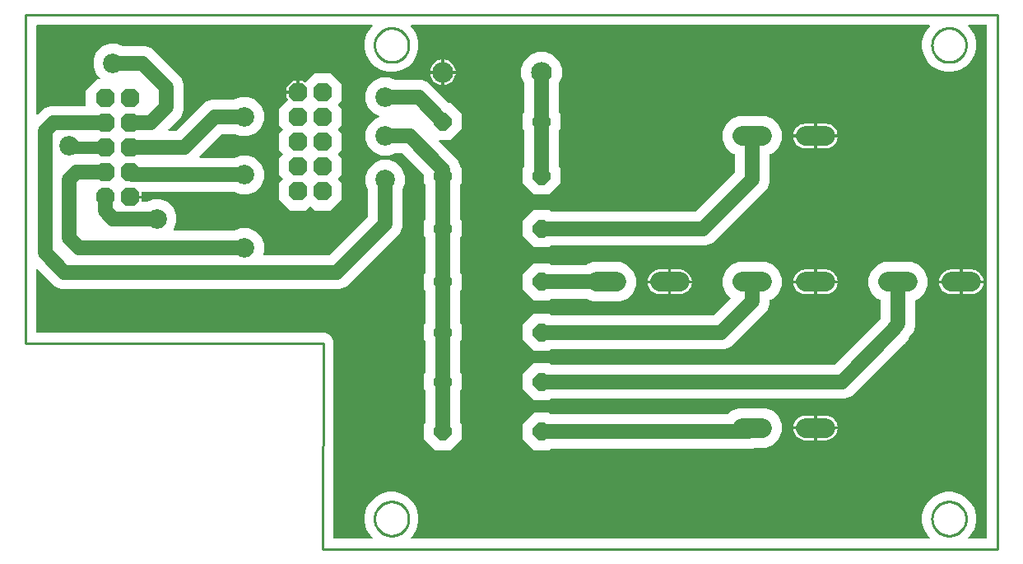
<source format=gbr>
G04 EAGLE Gerber RS-274X export*
G75*
%MOMM*%
%FSLAX34Y34*%
%LPD*%
%INBottom Copper*%
%IPPOS*%
%AMOC8*
5,1,8,0,0,1.08239X$1,22.5*%
G01*
%ADD10C,2.032000*%
%ADD11P,1.935489X8X202.500000*%
%ADD12P,1.935489X8X22.500000*%
%ADD13C,2.133600*%
%ADD14P,2.089446X8X112.500000*%
%ADD15C,1.930400*%
%ADD16C,1.270000*%
%ADD17C,1.500000*%
%ADD18C,2.016000*%
%ADD19C,0.254000*%

G36*
X406192Y10934D02*
X406192Y10934D01*
X406264Y10936D01*
X406313Y10954D01*
X406364Y10962D01*
X406427Y10996D01*
X406495Y11021D01*
X406535Y11053D01*
X406581Y11078D01*
X406631Y11130D01*
X406687Y11174D01*
X406715Y11218D01*
X406751Y11256D01*
X406781Y11321D01*
X406820Y11381D01*
X406832Y11432D01*
X406854Y11479D01*
X406862Y11550D01*
X406880Y11620D01*
X406876Y11672D01*
X406881Y11723D01*
X406866Y11794D01*
X406861Y11865D01*
X406840Y11913D01*
X406829Y11964D01*
X406792Y12025D01*
X406764Y12091D01*
X406720Y12147D01*
X406703Y12175D01*
X406685Y12190D01*
X406660Y12222D01*
X404366Y14516D01*
X400724Y20823D01*
X398839Y27858D01*
X398839Y35142D01*
X400724Y42177D01*
X404366Y48484D01*
X409516Y53634D01*
X415823Y57276D01*
X422858Y59161D01*
X430142Y59161D01*
X437177Y57276D01*
X443484Y53634D01*
X448634Y48484D01*
X452276Y42177D01*
X454161Y35142D01*
X454161Y27858D01*
X452276Y20823D01*
X448634Y14516D01*
X446340Y12222D01*
X446299Y12164D01*
X446249Y12112D01*
X446227Y12065D01*
X446197Y12023D01*
X446176Y11954D01*
X446146Y11889D01*
X446140Y11837D01*
X446125Y11787D01*
X446126Y11716D01*
X446119Y11645D01*
X446130Y11594D01*
X446131Y11542D01*
X446156Y11474D01*
X446171Y11404D01*
X446197Y11359D01*
X446215Y11311D01*
X446260Y11255D01*
X446297Y11193D01*
X446337Y11159D01*
X446369Y11119D01*
X446429Y11080D01*
X446484Y11033D01*
X446532Y11014D01*
X446576Y10986D01*
X446645Y10968D01*
X446712Y10941D01*
X446783Y10933D01*
X446815Y10925D01*
X446838Y10927D01*
X446879Y10923D01*
X979621Y10923D01*
X979692Y10934D01*
X979764Y10936D01*
X979813Y10954D01*
X979864Y10962D01*
X979927Y10996D01*
X979995Y11021D01*
X980035Y11053D01*
X980081Y11078D01*
X980131Y11130D01*
X980187Y11174D01*
X980215Y11218D01*
X980251Y11256D01*
X980281Y11321D01*
X980320Y11381D01*
X980332Y11432D01*
X980354Y11479D01*
X980362Y11550D01*
X980380Y11620D01*
X980376Y11672D01*
X980381Y11723D01*
X980366Y11794D01*
X980361Y11865D01*
X980340Y11913D01*
X980329Y11964D01*
X980292Y12025D01*
X980264Y12091D01*
X980220Y12147D01*
X980203Y12175D01*
X980185Y12190D01*
X980160Y12222D01*
X977866Y14516D01*
X974224Y20823D01*
X972339Y27858D01*
X972339Y35142D01*
X974224Y42177D01*
X977866Y48484D01*
X983016Y53634D01*
X989323Y57276D01*
X996358Y59161D01*
X1003642Y59161D01*
X1010677Y57276D01*
X1016984Y53634D01*
X1022134Y48484D01*
X1025776Y42177D01*
X1027661Y35142D01*
X1027661Y27858D01*
X1025776Y20823D01*
X1022134Y14516D01*
X1019840Y12222D01*
X1019799Y12164D01*
X1019749Y12112D01*
X1019727Y12065D01*
X1019697Y12023D01*
X1019676Y11954D01*
X1019646Y11889D01*
X1019640Y11837D01*
X1019625Y11787D01*
X1019626Y11716D01*
X1019619Y11645D01*
X1019630Y11594D01*
X1019631Y11542D01*
X1019656Y11474D01*
X1019671Y11404D01*
X1019697Y11359D01*
X1019715Y11311D01*
X1019760Y11255D01*
X1019797Y11193D01*
X1019837Y11159D01*
X1019869Y11119D01*
X1019929Y11080D01*
X1019984Y11033D01*
X1020032Y11014D01*
X1020076Y10986D01*
X1020145Y10968D01*
X1020212Y10941D01*
X1020283Y10933D01*
X1020315Y10925D01*
X1020338Y10927D01*
X1020379Y10923D01*
X1038316Y10923D01*
X1038336Y10926D01*
X1038355Y10924D01*
X1038457Y10946D01*
X1038559Y10962D01*
X1038576Y10972D01*
X1038596Y10976D01*
X1038685Y11029D01*
X1038776Y11078D01*
X1038790Y11092D01*
X1038807Y11102D01*
X1038874Y11181D01*
X1038946Y11256D01*
X1038954Y11274D01*
X1038967Y11289D01*
X1039006Y11385D01*
X1039049Y11479D01*
X1039051Y11499D01*
X1039059Y11517D01*
X1039077Y11684D01*
X1039077Y538316D01*
X1039074Y538336D01*
X1039076Y538355D01*
X1039054Y538457D01*
X1039038Y538559D01*
X1039028Y538576D01*
X1039024Y538596D01*
X1038971Y538685D01*
X1038922Y538776D01*
X1038908Y538790D01*
X1038898Y538807D01*
X1038819Y538874D01*
X1038744Y538946D01*
X1038726Y538954D01*
X1038711Y538967D01*
X1038615Y539006D01*
X1038521Y539049D01*
X1038501Y539051D01*
X1038483Y539059D01*
X1038316Y539077D01*
X1020379Y539077D01*
X1020308Y539066D01*
X1020236Y539064D01*
X1020187Y539046D01*
X1020136Y539038D01*
X1020073Y539004D01*
X1020005Y538979D01*
X1019965Y538947D01*
X1019919Y538922D01*
X1019869Y538870D01*
X1019813Y538826D01*
X1019785Y538782D01*
X1019749Y538744D01*
X1019719Y538679D01*
X1019680Y538619D01*
X1019668Y538568D01*
X1019646Y538521D01*
X1019638Y538450D01*
X1019620Y538380D01*
X1019624Y538328D01*
X1019619Y538277D01*
X1019634Y538206D01*
X1019639Y538135D01*
X1019660Y538087D01*
X1019671Y538036D01*
X1019708Y537975D01*
X1019736Y537909D01*
X1019780Y537853D01*
X1019797Y537825D01*
X1019815Y537810D01*
X1019840Y537778D01*
X1022134Y535484D01*
X1025776Y529177D01*
X1027661Y522142D01*
X1027661Y514858D01*
X1025776Y507823D01*
X1022134Y501516D01*
X1016984Y496366D01*
X1010677Y492724D01*
X1003642Y490839D01*
X996358Y490839D01*
X989323Y492724D01*
X983016Y496366D01*
X977866Y501516D01*
X974224Y507823D01*
X972339Y514858D01*
X972339Y522142D01*
X974224Y529177D01*
X977866Y535484D01*
X980160Y537778D01*
X980201Y537836D01*
X980251Y537888D01*
X980273Y537935D01*
X980303Y537977D01*
X980324Y538046D01*
X980354Y538111D01*
X980360Y538163D01*
X980375Y538213D01*
X980374Y538284D01*
X980381Y538355D01*
X980370Y538406D01*
X980369Y538458D01*
X980344Y538526D01*
X980329Y538596D01*
X980303Y538641D01*
X980285Y538689D01*
X980240Y538745D01*
X980203Y538807D01*
X980163Y538841D01*
X980131Y538881D01*
X980071Y538920D01*
X980016Y538967D01*
X979968Y538986D01*
X979924Y539014D01*
X979855Y539032D01*
X979788Y539059D01*
X979717Y539067D01*
X979685Y539075D01*
X979662Y539073D01*
X979621Y539077D01*
X446879Y539077D01*
X446808Y539066D01*
X446736Y539064D01*
X446687Y539046D01*
X446636Y539038D01*
X446573Y539004D01*
X446505Y538979D01*
X446465Y538947D01*
X446419Y538922D01*
X446369Y538870D01*
X446313Y538826D01*
X446285Y538782D01*
X446249Y538744D01*
X446219Y538679D01*
X446180Y538619D01*
X446168Y538568D01*
X446146Y538521D01*
X446138Y538450D01*
X446120Y538380D01*
X446124Y538328D01*
X446119Y538277D01*
X446134Y538206D01*
X446139Y538135D01*
X446160Y538087D01*
X446171Y538036D01*
X446208Y537975D01*
X446236Y537909D01*
X446280Y537853D01*
X446297Y537825D01*
X446315Y537810D01*
X446340Y537778D01*
X448634Y535484D01*
X452276Y529177D01*
X454161Y522142D01*
X454161Y514858D01*
X452276Y507823D01*
X448634Y501516D01*
X443484Y496366D01*
X437177Y492724D01*
X430142Y490839D01*
X422858Y490839D01*
X415823Y492724D01*
X409516Y496366D01*
X404366Y501516D01*
X400724Y507823D01*
X398839Y514858D01*
X398839Y522142D01*
X400724Y529177D01*
X404366Y535484D01*
X406660Y537778D01*
X406701Y537836D01*
X406751Y537888D01*
X406773Y537935D01*
X406803Y537977D01*
X406824Y538046D01*
X406854Y538111D01*
X406860Y538163D01*
X406875Y538213D01*
X406874Y538284D01*
X406881Y538355D01*
X406870Y538406D01*
X406869Y538458D01*
X406844Y538526D01*
X406829Y538596D01*
X406803Y538641D01*
X406785Y538689D01*
X406740Y538745D01*
X406703Y538807D01*
X406663Y538841D01*
X406631Y538881D01*
X406571Y538920D01*
X406516Y538967D01*
X406468Y538986D01*
X406424Y539014D01*
X406355Y539032D01*
X406288Y539059D01*
X406217Y539067D01*
X406185Y539075D01*
X406162Y539073D01*
X406121Y539077D01*
X61684Y539077D01*
X61664Y539074D01*
X61645Y539076D01*
X61543Y539054D01*
X61441Y539038D01*
X61424Y539028D01*
X61404Y539024D01*
X61315Y538971D01*
X61224Y538922D01*
X61210Y538908D01*
X61193Y538898D01*
X61126Y538819D01*
X61054Y538744D01*
X61046Y538726D01*
X61033Y538711D01*
X60994Y538615D01*
X60951Y538521D01*
X60949Y538501D01*
X60941Y538483D01*
X60923Y538316D01*
X60923Y447737D01*
X60934Y447666D01*
X60936Y447594D01*
X60954Y447545D01*
X60962Y447494D01*
X60996Y447431D01*
X61021Y447363D01*
X61053Y447323D01*
X61078Y447276D01*
X61130Y447227D01*
X61174Y447171D01*
X61218Y447143D01*
X61256Y447107D01*
X61321Y447077D01*
X61381Y447038D01*
X61432Y447025D01*
X61479Y447003D01*
X61550Y446996D01*
X61620Y446978D01*
X61672Y446982D01*
X61723Y446976D01*
X61794Y446992D01*
X61865Y446997D01*
X61913Y447018D01*
X61964Y447029D01*
X62025Y447065D01*
X62091Y447094D01*
X62147Y447138D01*
X62175Y447155D01*
X62190Y447173D01*
X62222Y447198D01*
X68396Y453372D01*
X74887Y456061D01*
X111226Y456061D01*
X111246Y456064D01*
X111265Y456062D01*
X111367Y456084D01*
X111469Y456100D01*
X111486Y456110D01*
X111506Y456114D01*
X111595Y456167D01*
X111686Y456216D01*
X111700Y456230D01*
X111717Y456240D01*
X111784Y456319D01*
X111856Y456394D01*
X111864Y456412D01*
X111877Y456427D01*
X111916Y456523D01*
X111959Y456617D01*
X111961Y456637D01*
X111969Y456655D01*
X111987Y456822D01*
X111987Y472007D01*
X123593Y483613D01*
X125925Y483613D01*
X125995Y483624D01*
X126067Y483626D01*
X126116Y483644D01*
X126167Y483652D01*
X126231Y483686D01*
X126298Y483711D01*
X126339Y483743D01*
X126385Y483768D01*
X126434Y483820D01*
X126490Y483864D01*
X126518Y483908D01*
X126554Y483946D01*
X126584Y484011D01*
X126623Y484071D01*
X126636Y484122D01*
X126658Y484169D01*
X126666Y484240D01*
X126683Y484310D01*
X126679Y484362D01*
X126685Y484413D01*
X126670Y484484D01*
X126664Y484555D01*
X126644Y484603D01*
X126633Y484654D01*
X126596Y484715D01*
X126568Y484781D01*
X126523Y484837D01*
X126507Y484865D01*
X126489Y484880D01*
X126463Y484912D01*
X122841Y488535D01*
X119759Y495974D01*
X119759Y504026D01*
X122841Y511465D01*
X128535Y517159D01*
X135974Y520241D01*
X144026Y520241D01*
X150115Y517719D01*
X150179Y517704D01*
X150240Y517679D01*
X150322Y517670D01*
X150354Y517663D01*
X150374Y517664D01*
X150406Y517661D01*
X173513Y517661D01*
X180004Y514972D01*
X209972Y485004D01*
X212661Y478513D01*
X212661Y451487D01*
X209972Y444996D01*
X196936Y431960D01*
X196895Y431902D01*
X196845Y431850D01*
X196823Y431803D01*
X196793Y431761D01*
X196772Y431692D01*
X196741Y431627D01*
X196736Y431575D01*
X196720Y431525D01*
X196722Y431454D01*
X196714Y431383D01*
X196725Y431332D01*
X196727Y431280D01*
X196751Y431212D01*
X196767Y431142D01*
X196793Y431097D01*
X196811Y431049D01*
X196856Y430993D01*
X196893Y430931D01*
X196932Y430897D01*
X196965Y430857D01*
X197025Y430818D01*
X197080Y430771D01*
X197128Y430752D01*
X197172Y430724D01*
X197241Y430706D01*
X197308Y430679D01*
X197379Y430671D01*
X197410Y430663D01*
X197434Y430665D01*
X197475Y430661D01*
X205369Y430661D01*
X205459Y430675D01*
X205550Y430683D01*
X205580Y430695D01*
X205612Y430700D01*
X205693Y430743D01*
X205777Y430779D01*
X205809Y430805D01*
X205829Y430816D01*
X205852Y430839D01*
X205908Y430884D01*
X229421Y454397D01*
X234496Y459472D01*
X240987Y462161D01*
X263387Y462161D01*
X263451Y462171D01*
X263517Y462172D01*
X263597Y462195D01*
X263629Y462200D01*
X263647Y462210D01*
X263678Y462219D01*
X270974Y465241D01*
X279026Y465241D01*
X286465Y462159D01*
X292159Y456465D01*
X295241Y449026D01*
X295241Y440974D01*
X292159Y433535D01*
X286465Y427841D01*
X279026Y424759D01*
X270974Y424759D01*
X266092Y426781D01*
X266028Y426796D01*
X265968Y426821D01*
X265885Y426830D01*
X265853Y426837D01*
X265833Y426836D01*
X265801Y426839D01*
X252131Y426839D01*
X252041Y426825D01*
X251950Y426817D01*
X251920Y426805D01*
X251888Y426800D01*
X251807Y426757D01*
X251723Y426721D01*
X251691Y426695D01*
X251671Y426684D01*
X251648Y426661D01*
X251592Y426616D01*
X228936Y403960D01*
X228895Y403902D01*
X228845Y403850D01*
X228823Y403803D01*
X228793Y403761D01*
X228772Y403692D01*
X228741Y403627D01*
X228736Y403575D01*
X228720Y403525D01*
X228722Y403454D01*
X228714Y403383D01*
X228725Y403332D01*
X228727Y403280D01*
X228751Y403212D01*
X228767Y403142D01*
X228793Y403098D01*
X228811Y403049D01*
X228856Y402993D01*
X228893Y402931D01*
X228932Y402897D01*
X228965Y402857D01*
X229025Y402818D01*
X229080Y402771D01*
X229128Y402752D01*
X229172Y402724D01*
X229241Y402706D01*
X229308Y402679D01*
X229379Y402671D01*
X229410Y402663D01*
X229434Y402665D01*
X229475Y402661D01*
X264594Y402661D01*
X264658Y402671D01*
X264724Y402672D01*
X264804Y402695D01*
X264836Y402700D01*
X264854Y402710D01*
X264885Y402719D01*
X270974Y405241D01*
X279026Y405241D01*
X286465Y402159D01*
X292159Y396465D01*
X295241Y389026D01*
X295241Y380974D01*
X292159Y373535D01*
X286465Y367841D01*
X279026Y364759D01*
X270974Y364759D01*
X264885Y367281D01*
X264821Y367296D01*
X264760Y367321D01*
X264678Y367330D01*
X264646Y367337D01*
X264626Y367336D01*
X264594Y367339D01*
X170154Y367339D01*
X170134Y367336D01*
X170115Y367338D01*
X170013Y367316D01*
X169911Y367300D01*
X169894Y367290D01*
X169874Y367286D01*
X169785Y367233D01*
X169694Y367184D01*
X169680Y367170D01*
X169663Y367160D01*
X169596Y367081D01*
X169524Y367006D01*
X169516Y366988D01*
X169503Y366973D01*
X169464Y366877D01*
X169421Y366783D01*
X169419Y366763D01*
X169411Y366745D01*
X169393Y366578D01*
X169393Y363723D01*
X157962Y363723D01*
X157942Y363720D01*
X157923Y363722D01*
X157821Y363700D01*
X157719Y363683D01*
X157702Y363674D01*
X157682Y363670D01*
X157593Y363617D01*
X157502Y363568D01*
X157488Y363554D01*
X157471Y363544D01*
X157404Y363465D01*
X157333Y363390D01*
X157324Y363372D01*
X157311Y363357D01*
X157273Y363261D01*
X157229Y363167D01*
X157227Y363147D01*
X157219Y363129D01*
X157201Y362962D01*
X157201Y361438D01*
X157204Y361418D01*
X157202Y361399D01*
X157224Y361297D01*
X157241Y361195D01*
X157250Y361178D01*
X157254Y361158D01*
X157307Y361069D01*
X157356Y360978D01*
X157370Y360964D01*
X157380Y360947D01*
X157459Y360880D01*
X157534Y360809D01*
X157552Y360800D01*
X157567Y360787D01*
X157663Y360748D01*
X157757Y360705D01*
X157777Y360703D01*
X157795Y360695D01*
X157962Y360677D01*
X169393Y360677D01*
X169393Y358422D01*
X169396Y358402D01*
X169394Y358383D01*
X169416Y358281D01*
X169432Y358179D01*
X169442Y358162D01*
X169446Y358142D01*
X169499Y358053D01*
X169548Y357962D01*
X169562Y357948D01*
X169572Y357931D01*
X169651Y357864D01*
X169726Y357792D01*
X169744Y357784D01*
X169759Y357771D01*
X169855Y357732D01*
X169949Y357689D01*
X169969Y357687D01*
X169987Y357679D01*
X170154Y357661D01*
X174594Y357661D01*
X174658Y357671D01*
X174724Y357672D01*
X174804Y357695D01*
X174836Y357700D01*
X174854Y357710D01*
X174885Y357719D01*
X180974Y360241D01*
X189026Y360241D01*
X196465Y357159D01*
X202159Y351465D01*
X205241Y344026D01*
X205241Y335974D01*
X202233Y328713D01*
X202223Y328669D01*
X202203Y328627D01*
X202195Y328550D01*
X202177Y328474D01*
X202181Y328428D01*
X202176Y328383D01*
X202193Y328306D01*
X202200Y328229D01*
X202219Y328187D01*
X202229Y328142D01*
X202269Y328075D01*
X202300Y328004D01*
X202331Y327970D01*
X202355Y327931D01*
X202414Y327880D01*
X202467Y327823D01*
X202507Y327801D01*
X202542Y327771D01*
X202614Y327742D01*
X202682Y327705D01*
X202727Y327696D01*
X202770Y327679D01*
X202906Y327664D01*
X202924Y327661D01*
X202929Y327662D01*
X202937Y327661D01*
X264594Y327661D01*
X264658Y327671D01*
X264724Y327672D01*
X264804Y327695D01*
X264836Y327700D01*
X264854Y327710D01*
X264885Y327719D01*
X270974Y330241D01*
X279026Y330241D01*
X286465Y327159D01*
X292159Y321465D01*
X295241Y314026D01*
X295241Y305974D01*
X294304Y303713D01*
X294294Y303669D01*
X294275Y303627D01*
X294266Y303550D01*
X294248Y303474D01*
X294253Y303428D01*
X294247Y303383D01*
X294264Y303306D01*
X294271Y303229D01*
X294290Y303187D01*
X294300Y303142D01*
X294340Y303075D01*
X294371Y303004D01*
X294402Y302970D01*
X294426Y302931D01*
X294485Y302880D01*
X294538Y302823D01*
X294578Y302801D01*
X294613Y302771D01*
X294685Y302742D01*
X294753Y302705D01*
X294798Y302696D01*
X294841Y302679D01*
X294977Y302664D01*
X294995Y302661D01*
X295000Y302662D01*
X295008Y302661D01*
X362369Y302661D01*
X362459Y302675D01*
X362550Y302683D01*
X362580Y302695D01*
X362612Y302700D01*
X362693Y302743D01*
X362777Y302779D01*
X362809Y302805D01*
X362829Y302816D01*
X362852Y302839D01*
X362908Y302884D01*
X402116Y342092D01*
X402169Y342166D01*
X402229Y342236D01*
X402241Y342266D01*
X402260Y342292D01*
X402287Y342379D01*
X402321Y342464D01*
X402325Y342505D01*
X402332Y342527D01*
X402331Y342559D01*
X402339Y342631D01*
X402339Y369594D01*
X402329Y369658D01*
X402328Y369724D01*
X402305Y369804D01*
X402300Y369836D01*
X402290Y369854D01*
X402281Y369885D01*
X399759Y375974D01*
X399759Y384026D01*
X402841Y391465D01*
X408535Y397159D01*
X415974Y400241D01*
X424026Y400241D01*
X431465Y397159D01*
X437159Y391465D01*
X440241Y384026D01*
X440241Y375974D01*
X437719Y369885D01*
X437704Y369821D01*
X437679Y369760D01*
X437670Y369678D01*
X437663Y369646D01*
X437664Y369626D01*
X437661Y369594D01*
X437661Y331487D01*
X434972Y324996D01*
X380004Y270028D01*
X373513Y267339D01*
X86487Y267339D01*
X79996Y270028D01*
X74921Y275103D01*
X62222Y287802D01*
X62164Y287843D01*
X62112Y287893D01*
X62091Y287902D01*
X62086Y287907D01*
X62062Y287917D01*
X62023Y287945D01*
X61954Y287966D01*
X61889Y287997D01*
X61837Y288002D01*
X61787Y288018D01*
X61716Y288016D01*
X61645Y288024D01*
X61594Y288013D01*
X61542Y288011D01*
X61474Y287987D01*
X61404Y287971D01*
X61359Y287945D01*
X61311Y287927D01*
X61255Y287882D01*
X61193Y287845D01*
X61159Y287806D01*
X61119Y287773D01*
X61080Y287713D01*
X61066Y287697D01*
X61054Y287685D01*
X61053Y287682D01*
X61033Y287658D01*
X61014Y287610D01*
X60986Y287566D01*
X60969Y287501D01*
X60951Y287461D01*
X60950Y287451D01*
X60941Y287430D01*
X60933Y287359D01*
X60925Y287328D01*
X60927Y287304D01*
X60923Y287263D01*
X60923Y223684D01*
X60926Y223664D01*
X60924Y223645D01*
X60946Y223543D01*
X60962Y223441D01*
X60972Y223424D01*
X60976Y223404D01*
X61029Y223315D01*
X61078Y223224D01*
X61092Y223210D01*
X61102Y223193D01*
X61181Y223126D01*
X61256Y223054D01*
X61274Y223046D01*
X61289Y223033D01*
X61385Y222994D01*
X61479Y222951D01*
X61499Y222949D01*
X61517Y222941D01*
X61684Y222923D01*
X353687Y222923D01*
X353714Y222927D01*
X356013Y222923D01*
X356014Y222923D01*
X358183Y222923D01*
X360190Y222087D01*
X360191Y222087D01*
X362197Y221256D01*
X363734Y219713D01*
X363735Y219713D01*
X363735Y219712D01*
X365267Y218180D01*
X366096Y216169D01*
X366096Y216168D01*
X366096Y216167D01*
X366927Y214163D01*
X366923Y211985D01*
X366923Y211984D01*
X366923Y211983D01*
X366923Y209729D01*
X366920Y209718D01*
X366922Y209699D01*
X366918Y209667D01*
X366545Y11685D01*
X366548Y11665D01*
X366546Y11645D01*
X366568Y11544D01*
X366584Y11443D01*
X366594Y11424D01*
X366598Y11404D01*
X366651Y11316D01*
X366699Y11225D01*
X366714Y11211D01*
X366724Y11193D01*
X366802Y11126D01*
X366877Y11055D01*
X366895Y11047D01*
X366911Y11033D01*
X367007Y10995D01*
X367100Y10951D01*
X367120Y10949D01*
X367139Y10941D01*
X367306Y10923D01*
X406121Y10923D01*
X406192Y10934D01*
G37*
%LPC*%
G36*
X471288Y102098D02*
X471288Y102098D01*
X460098Y113288D01*
X460098Y129112D01*
X461316Y130330D01*
X461369Y130404D01*
X461429Y130473D01*
X461441Y130503D01*
X461460Y130530D01*
X461487Y130617D01*
X461521Y130701D01*
X461525Y130742D01*
X461532Y130765D01*
X461531Y130797D01*
X461539Y130868D01*
X461539Y162732D01*
X461525Y162822D01*
X461517Y162913D01*
X461505Y162943D01*
X461500Y162975D01*
X461457Y163055D01*
X461421Y163139D01*
X461395Y163171D01*
X461384Y163192D01*
X461361Y163214D01*
X461316Y163270D01*
X460098Y164488D01*
X460098Y180312D01*
X461316Y181530D01*
X461369Y181604D01*
X461429Y181673D01*
X461441Y181703D01*
X461460Y181730D01*
X461487Y181817D01*
X461521Y181901D01*
X461525Y181942D01*
X461532Y181965D01*
X461531Y181997D01*
X461539Y182068D01*
X461539Y213532D01*
X461525Y213622D01*
X461517Y213713D01*
X461505Y213743D01*
X461500Y213775D01*
X461457Y213855D01*
X461421Y213939D01*
X461395Y213971D01*
X461384Y213992D01*
X461361Y214014D01*
X461316Y214070D01*
X460098Y215288D01*
X460098Y231112D01*
X461316Y232330D01*
X461369Y232404D01*
X461429Y232473D01*
X461441Y232503D01*
X461460Y232530D01*
X461487Y232617D01*
X461521Y232701D01*
X461525Y232742D01*
X461532Y232765D01*
X461531Y232797D01*
X461539Y232868D01*
X461539Y265332D01*
X461525Y265422D01*
X461517Y265513D01*
X461505Y265543D01*
X461500Y265575D01*
X461457Y265655D01*
X461421Y265739D01*
X461395Y265771D01*
X461384Y265792D01*
X461361Y265814D01*
X461316Y265870D01*
X460098Y267088D01*
X460098Y282912D01*
X461316Y284130D01*
X461369Y284204D01*
X461429Y284273D01*
X461441Y284304D01*
X461460Y284330D01*
X461487Y284416D01*
X461521Y284502D01*
X461525Y284542D01*
X461532Y284565D01*
X461531Y284597D01*
X461539Y284668D01*
X461539Y320232D01*
X461525Y320322D01*
X461517Y320413D01*
X461505Y320443D01*
X461500Y320475D01*
X461457Y320555D01*
X461421Y320639D01*
X461395Y320671D01*
X461384Y320692D01*
X461361Y320714D01*
X461316Y320770D01*
X460098Y321988D01*
X460098Y337812D01*
X461316Y339030D01*
X461369Y339104D01*
X461429Y339173D01*
X461441Y339204D01*
X461460Y339230D01*
X461487Y339317D01*
X461521Y339402D01*
X461525Y339442D01*
X461532Y339465D01*
X461531Y339497D01*
X461539Y339568D01*
X461539Y374432D01*
X461525Y374522D01*
X461517Y374613D01*
X461505Y374643D01*
X461500Y374675D01*
X461457Y374755D01*
X461421Y374839D01*
X461395Y374871D01*
X461384Y374892D01*
X461361Y374914D01*
X461316Y374970D01*
X460098Y376188D01*
X460098Y384610D01*
X460084Y384700D01*
X460077Y384791D01*
X460064Y384821D01*
X460059Y384853D01*
X460016Y384934D01*
X459980Y385017D01*
X459955Y385050D01*
X459944Y385070D01*
X459920Y385092D01*
X459875Y385148D01*
X437908Y407116D01*
X437834Y407169D01*
X437764Y407229D01*
X437734Y407241D01*
X437708Y407260D01*
X437621Y407287D01*
X437536Y407321D01*
X437495Y407325D01*
X437473Y407332D01*
X437441Y407331D01*
X437369Y407339D01*
X430406Y407339D01*
X430342Y407329D01*
X430276Y407328D01*
X430196Y407305D01*
X430164Y407300D01*
X430146Y407290D01*
X430115Y407281D01*
X424026Y404759D01*
X415974Y404759D01*
X408535Y407841D01*
X402841Y413535D01*
X399759Y420974D01*
X399759Y429026D01*
X402841Y436465D01*
X408535Y442159D01*
X413695Y444297D01*
X413756Y444334D01*
X413821Y444364D01*
X413860Y444399D01*
X413904Y444426D01*
X413950Y444481D01*
X414002Y444530D01*
X414027Y444576D01*
X414061Y444616D01*
X414086Y444683D01*
X414121Y444746D01*
X414130Y444797D01*
X414149Y444845D01*
X414152Y444917D01*
X414165Y444988D01*
X414157Y445039D01*
X414159Y445091D01*
X414139Y445160D01*
X414129Y445231D01*
X414105Y445277D01*
X414091Y445327D01*
X414050Y445386D01*
X414017Y445450D01*
X413980Y445487D01*
X413950Y445529D01*
X413893Y445572D01*
X413842Y445622D01*
X413779Y445657D01*
X413753Y445676D01*
X413731Y445683D01*
X413695Y445703D01*
X408535Y447841D01*
X402841Y453535D01*
X399759Y460974D01*
X399759Y469026D01*
X402841Y476465D01*
X408535Y482159D01*
X415974Y485241D01*
X424026Y485241D01*
X430356Y482619D01*
X430420Y482604D01*
X430481Y482579D01*
X430564Y482570D01*
X430596Y482563D01*
X430615Y482564D01*
X430648Y482561D01*
X457713Y482561D01*
X464204Y479872D01*
X484852Y459225D01*
X484926Y459171D01*
X484995Y459112D01*
X485025Y459100D01*
X485051Y459081D01*
X485138Y459054D01*
X485223Y459020D01*
X485264Y459015D01*
X485286Y459009D01*
X485319Y459009D01*
X485390Y459002D01*
X487112Y459002D01*
X498302Y447812D01*
X498302Y431988D01*
X487112Y420798D01*
X476015Y420798D01*
X475945Y420787D01*
X475873Y420785D01*
X475824Y420767D01*
X475773Y420759D01*
X475709Y420725D01*
X475642Y420701D01*
X475601Y420668D01*
X475555Y420644D01*
X475506Y420592D01*
X475450Y420547D01*
X475422Y420503D01*
X475386Y420465D01*
X475356Y420400D01*
X475317Y420340D01*
X475304Y420289D01*
X475282Y420242D01*
X475274Y420171D01*
X475257Y420101D01*
X475261Y420049D01*
X475255Y419998D01*
X475270Y419928D01*
X475276Y419856D01*
X475296Y419808D01*
X475307Y419757D01*
X475344Y419696D01*
X475372Y419630D01*
X475417Y419574D01*
X475434Y419546D01*
X475451Y419531D01*
X475477Y419499D01*
X494172Y400804D01*
X496861Y394313D01*
X496861Y393768D01*
X496875Y393678D01*
X496883Y393587D01*
X496895Y393557D01*
X496900Y393525D01*
X496943Y393445D01*
X496979Y393361D01*
X497005Y393329D01*
X497016Y393308D01*
X497039Y393286D01*
X497084Y393230D01*
X498302Y392012D01*
X498302Y376188D01*
X497084Y374970D01*
X497031Y374896D01*
X496971Y374827D01*
X496959Y374796D01*
X496940Y374770D01*
X496913Y374683D01*
X496879Y374598D01*
X496875Y374558D01*
X496868Y374535D01*
X496869Y374503D01*
X496861Y374432D01*
X496861Y339568D01*
X496875Y339478D01*
X496883Y339387D01*
X496895Y339357D01*
X496900Y339325D01*
X496943Y339245D01*
X496979Y339161D01*
X497005Y339129D01*
X497016Y339108D01*
X497039Y339086D01*
X497084Y339030D01*
X498302Y337812D01*
X498302Y321988D01*
X497084Y320770D01*
X497031Y320696D01*
X496971Y320627D01*
X496959Y320596D01*
X496940Y320570D01*
X496913Y320483D01*
X496879Y320398D01*
X496875Y320358D01*
X496868Y320335D01*
X496869Y320303D01*
X496861Y320232D01*
X496861Y284668D01*
X496875Y284578D01*
X496883Y284487D01*
X496895Y284457D01*
X496900Y284425D01*
X496943Y284345D01*
X496979Y284261D01*
X497005Y284229D01*
X497016Y284208D01*
X497039Y284186D01*
X497084Y284130D01*
X498302Y282912D01*
X498302Y267088D01*
X497084Y265870D01*
X497031Y265796D01*
X496971Y265727D01*
X496959Y265697D01*
X496940Y265670D01*
X496913Y265583D01*
X496879Y265499D01*
X496875Y265458D01*
X496868Y265435D01*
X496869Y265403D01*
X496861Y265332D01*
X496861Y232868D01*
X496875Y232778D01*
X496883Y232687D01*
X496895Y232657D01*
X496900Y232625D01*
X496943Y232545D01*
X496979Y232461D01*
X497005Y232429D01*
X497016Y232408D01*
X497039Y232386D01*
X497084Y232330D01*
X498302Y231112D01*
X498302Y215288D01*
X497084Y214070D01*
X497031Y213996D01*
X496971Y213927D01*
X496959Y213897D01*
X496940Y213870D01*
X496913Y213783D01*
X496879Y213699D01*
X496875Y213658D01*
X496868Y213635D01*
X496869Y213603D01*
X496861Y213532D01*
X496861Y182068D01*
X496875Y181978D01*
X496883Y181887D01*
X496895Y181857D01*
X496900Y181825D01*
X496943Y181745D01*
X496979Y181661D01*
X497005Y181629D01*
X497016Y181608D01*
X497039Y181586D01*
X497084Y181530D01*
X498302Y180312D01*
X498302Y164488D01*
X497084Y163270D01*
X497031Y163196D01*
X496971Y163127D01*
X496959Y163097D01*
X496940Y163070D01*
X496913Y162983D01*
X496879Y162899D01*
X496875Y162858D01*
X496868Y162835D01*
X496869Y162803D01*
X496861Y162732D01*
X496861Y130868D01*
X496875Y130778D01*
X496883Y130687D01*
X496895Y130657D01*
X496900Y130625D01*
X496943Y130545D01*
X496979Y130461D01*
X497005Y130429D01*
X497016Y130408D01*
X497039Y130386D01*
X497084Y130330D01*
X498302Y129112D01*
X498302Y113288D01*
X487112Y102098D01*
X471288Y102098D01*
G37*
%LPD*%
%LPC*%
G36*
X572888Y153298D02*
X572888Y153298D01*
X561698Y164488D01*
X561698Y180312D01*
X572888Y191502D01*
X588712Y191502D01*
X589930Y190284D01*
X590004Y190231D01*
X590073Y190171D01*
X590103Y190159D01*
X590130Y190140D01*
X590217Y190113D01*
X590301Y190079D01*
X590342Y190075D01*
X590365Y190068D01*
X590397Y190069D01*
X590468Y190061D01*
X882281Y190061D01*
X882371Y190075D01*
X882462Y190083D01*
X882492Y190095D01*
X882524Y190100D01*
X882605Y190143D01*
X882689Y190179D01*
X882721Y190205D01*
X882741Y190216D01*
X882764Y190239D01*
X882820Y190284D01*
X928848Y236312D01*
X928866Y236337D01*
X928936Y236418D01*
X929692Y237510D01*
X929702Y237531D01*
X929717Y237548D01*
X929754Y237642D01*
X929797Y237732D01*
X929800Y237755D01*
X929809Y237776D01*
X929827Y237943D01*
X929827Y255603D01*
X929808Y255718D01*
X929791Y255834D01*
X929789Y255840D01*
X929788Y255846D01*
X929733Y255949D01*
X929680Y256053D01*
X929675Y256058D01*
X929672Y256063D01*
X929588Y256143D01*
X929504Y256226D01*
X929498Y256229D01*
X929494Y256233D01*
X929477Y256241D01*
X929357Y256307D01*
X925817Y257773D01*
X920101Y263489D01*
X917007Y270958D01*
X917007Y279042D01*
X920101Y286511D01*
X925817Y292227D01*
X933286Y295321D01*
X961690Y295321D01*
X969159Y292227D01*
X974875Y286511D01*
X977969Y279042D01*
X977969Y270958D01*
X974875Y263489D01*
X969159Y257773D01*
X965619Y256307D01*
X965519Y256245D01*
X965419Y256185D01*
X965415Y256180D01*
X965410Y256177D01*
X965335Y256087D01*
X965259Y255998D01*
X965257Y255992D01*
X965253Y255987D01*
X965211Y255879D01*
X965167Y255770D01*
X965166Y255762D01*
X965165Y255758D01*
X965164Y255740D01*
X965149Y255603D01*
X965149Y233853D01*
X965154Y233823D01*
X965161Y233717D01*
X965492Y231896D01*
X965166Y230385D01*
X965165Y230374D01*
X965149Y230224D01*
X965149Y228677D01*
X964441Y226968D01*
X964434Y226938D01*
X964400Y226837D01*
X964009Y225029D01*
X963129Y223757D01*
X963124Y223747D01*
X963052Y223615D01*
X962460Y222186D01*
X961152Y220878D01*
X961134Y220853D01*
X961064Y220773D01*
X958153Y216567D01*
X958149Y216557D01*
X958076Y216425D01*
X957484Y214996D01*
X956176Y213688D01*
X956158Y213663D01*
X956088Y213582D01*
X955035Y212061D01*
X953735Y211223D01*
X953727Y211216D01*
X953610Y211122D01*
X899916Y157428D01*
X893425Y154739D01*
X590468Y154739D01*
X590378Y154725D01*
X590287Y154717D01*
X590257Y154705D01*
X590225Y154700D01*
X590145Y154657D01*
X590061Y154621D01*
X590029Y154595D01*
X590008Y154584D01*
X589986Y154561D01*
X589930Y154516D01*
X588712Y153298D01*
X572888Y153298D01*
G37*
%LPD*%
%LPC*%
G36*
X572888Y310798D02*
X572888Y310798D01*
X561698Y321988D01*
X561698Y337812D01*
X572888Y349002D01*
X588712Y349002D01*
X589930Y347784D01*
X590004Y347731D01*
X590073Y347671D01*
X590103Y347659D01*
X590130Y347640D01*
X590217Y347613D01*
X590301Y347579D01*
X590342Y347575D01*
X590365Y347568D01*
X590397Y347569D01*
X590468Y347561D01*
X739369Y347561D01*
X739459Y347575D01*
X739550Y347583D01*
X739580Y347595D01*
X739612Y347600D01*
X739693Y347643D01*
X739777Y347679D01*
X739809Y347705D01*
X739829Y347716D01*
X739852Y347739D01*
X739908Y347784D01*
X779604Y387480D01*
X779657Y387554D01*
X779717Y387624D01*
X779729Y387654D01*
X779748Y387680D01*
X779775Y387767D01*
X779809Y387852D01*
X779813Y387893D01*
X779820Y387915D01*
X779819Y387947D01*
X779827Y388019D01*
X779827Y405603D01*
X779808Y405718D01*
X779791Y405834D01*
X779789Y405840D01*
X779788Y405846D01*
X779733Y405949D01*
X779680Y406053D01*
X779675Y406058D01*
X779672Y406063D01*
X779588Y406143D01*
X779504Y406226D01*
X779498Y406229D01*
X779494Y406233D01*
X779477Y406241D01*
X779357Y406307D01*
X775817Y407773D01*
X770101Y413489D01*
X767007Y420958D01*
X767007Y429042D01*
X770101Y436511D01*
X775817Y442227D01*
X783286Y445321D01*
X811690Y445321D01*
X819159Y442227D01*
X824875Y436511D01*
X827969Y429042D01*
X827969Y420958D01*
X824875Y413489D01*
X819159Y407773D01*
X815619Y406307D01*
X815519Y406245D01*
X815419Y406185D01*
X815415Y406180D01*
X815410Y406177D01*
X815335Y406087D01*
X815259Y405998D01*
X815257Y405992D01*
X815253Y405987D01*
X815211Y405879D01*
X815167Y405770D01*
X815166Y405762D01*
X815165Y405758D01*
X815164Y405740D01*
X815149Y405603D01*
X815149Y376875D01*
X812460Y370384D01*
X757004Y314928D01*
X750513Y312239D01*
X590468Y312239D01*
X590378Y312225D01*
X590287Y312217D01*
X590257Y312205D01*
X590225Y312200D01*
X590145Y312157D01*
X590061Y312121D01*
X590029Y312095D01*
X590008Y312084D01*
X589986Y312061D01*
X589930Y312016D01*
X588712Y310798D01*
X572888Y310798D01*
G37*
%LPD*%
%LPC*%
G36*
X572888Y204098D02*
X572888Y204098D01*
X561698Y215288D01*
X561698Y231112D01*
X572888Y242302D01*
X588712Y242302D01*
X589930Y241084D01*
X590004Y241031D01*
X590073Y240971D01*
X590103Y240959D01*
X590130Y240940D01*
X590217Y240913D01*
X590301Y240879D01*
X590342Y240875D01*
X590365Y240868D01*
X590397Y240869D01*
X590468Y240861D01*
X758057Y240861D01*
X758147Y240875D01*
X758238Y240883D01*
X758268Y240895D01*
X758300Y240900D01*
X758381Y240943D01*
X758465Y240979D01*
X758497Y241005D01*
X758517Y241016D01*
X758540Y241039D01*
X758596Y241084D01*
X775013Y257501D01*
X775024Y257517D01*
X775040Y257529D01*
X775096Y257617D01*
X775156Y257701D01*
X775162Y257720D01*
X775173Y257736D01*
X775198Y257837D01*
X775229Y257936D01*
X775228Y257956D01*
X775233Y257975D01*
X775225Y258078D01*
X775222Y258182D01*
X775215Y258200D01*
X775214Y258220D01*
X775174Y258315D01*
X775138Y258413D01*
X775125Y258428D01*
X775118Y258446D01*
X775013Y258577D01*
X770101Y263489D01*
X767007Y270958D01*
X767007Y279042D01*
X770101Y286511D01*
X775817Y292227D01*
X783286Y295321D01*
X811690Y295321D01*
X819159Y292227D01*
X824875Y286511D01*
X827969Y279042D01*
X827969Y270958D01*
X824875Y263489D01*
X819159Y257773D01*
X815619Y256307D01*
X815519Y256245D01*
X815419Y256185D01*
X815415Y256180D01*
X815410Y256177D01*
X815335Y256087D01*
X815259Y255998D01*
X815257Y255992D01*
X815253Y255987D01*
X815211Y255879D01*
X815167Y255770D01*
X815166Y255762D01*
X815165Y255758D01*
X815164Y255740D01*
X815149Y255603D01*
X815149Y251487D01*
X812460Y244996D01*
X775692Y208228D01*
X769201Y205539D01*
X590468Y205539D01*
X590378Y205525D01*
X590287Y205517D01*
X590257Y205505D01*
X590225Y205500D01*
X590145Y205457D01*
X590061Y205421D01*
X590029Y205395D01*
X590008Y205384D01*
X589986Y205361D01*
X589930Y205316D01*
X588712Y204098D01*
X572888Y204098D01*
G37*
%LPD*%
%LPC*%
G36*
X572888Y102098D02*
X572888Y102098D01*
X561698Y113288D01*
X561698Y129112D01*
X572888Y140302D01*
X588712Y140302D01*
X589930Y139084D01*
X590004Y139031D01*
X590073Y138971D01*
X590103Y138959D01*
X590130Y138940D01*
X590217Y138913D01*
X590301Y138879D01*
X590342Y138875D01*
X590365Y138868D01*
X590397Y138869D01*
X590468Y138861D01*
X772136Y138861D01*
X772226Y138875D01*
X772317Y138883D01*
X772346Y138895D01*
X772378Y138900D01*
X772459Y138943D01*
X772543Y138979D01*
X772575Y139005D01*
X772596Y139016D01*
X772618Y139039D01*
X772674Y139084D01*
X775817Y142227D01*
X783286Y145321D01*
X811690Y145321D01*
X819159Y142227D01*
X824875Y136511D01*
X827969Y129042D01*
X827969Y120958D01*
X824875Y113489D01*
X819159Y107773D01*
X811690Y104679D01*
X800105Y104679D01*
X800040Y104669D01*
X799974Y104668D01*
X799894Y104645D01*
X799862Y104640D01*
X799845Y104630D01*
X799813Y104621D01*
X797201Y103539D01*
X590468Y103539D01*
X590378Y103525D01*
X590287Y103517D01*
X590257Y103505D01*
X590225Y103500D01*
X590145Y103457D01*
X590061Y103421D01*
X590029Y103395D01*
X590008Y103384D01*
X589986Y103361D01*
X589930Y103316D01*
X588712Y102098D01*
X572888Y102098D01*
G37*
%LPD*%
%LPC*%
G36*
X321993Y348487D02*
X321993Y348487D01*
X310387Y360093D01*
X310387Y376507D01*
X314342Y380462D01*
X314354Y380478D01*
X314369Y380490D01*
X314426Y380578D01*
X314486Y380661D01*
X314492Y380680D01*
X314502Y380697D01*
X314528Y380798D01*
X314558Y380897D01*
X314558Y380916D01*
X314563Y380936D01*
X314555Y381039D01*
X314552Y381142D01*
X314545Y381161D01*
X314543Y381181D01*
X314503Y381276D01*
X314467Y381373D01*
X314455Y381389D01*
X314447Y381407D01*
X314342Y381538D01*
X310387Y385493D01*
X310387Y401907D01*
X314342Y405862D01*
X314354Y405878D01*
X314369Y405890D01*
X314426Y405978D01*
X314486Y406061D01*
X314492Y406080D01*
X314502Y406097D01*
X314528Y406198D01*
X314558Y406297D01*
X314558Y406316D01*
X314563Y406336D01*
X314555Y406439D01*
X314552Y406542D01*
X314545Y406561D01*
X314543Y406581D01*
X314503Y406676D01*
X314467Y406773D01*
X314455Y406789D01*
X314447Y406807D01*
X314342Y406938D01*
X310387Y410893D01*
X310387Y427307D01*
X314342Y431262D01*
X314354Y431278D01*
X314369Y431290D01*
X314426Y431378D01*
X314486Y431461D01*
X314492Y431480D01*
X314502Y431497D01*
X314528Y431598D01*
X314558Y431697D01*
X314558Y431716D01*
X314563Y431736D01*
X314555Y431839D01*
X314552Y431942D01*
X314545Y431961D01*
X314543Y431981D01*
X314503Y432076D01*
X314467Y432173D01*
X314455Y432189D01*
X314447Y432207D01*
X314342Y432338D01*
X310387Y436293D01*
X310387Y452707D01*
X319730Y462050D01*
X319742Y462066D01*
X319758Y462078D01*
X319814Y462166D01*
X319874Y462250D01*
X319880Y462269D01*
X319891Y462285D01*
X319916Y462386D01*
X319946Y462485D01*
X319946Y462505D01*
X319951Y462524D01*
X319943Y462627D01*
X319940Y462731D01*
X319933Y462749D01*
X319932Y462769D01*
X319891Y462864D01*
X319856Y462962D01*
X319843Y462977D01*
X319835Y462995D01*
X319730Y463126D01*
X318007Y464850D01*
X318007Y468377D01*
X329438Y468377D01*
X329458Y468380D01*
X329477Y468378D01*
X329579Y468400D01*
X329681Y468417D01*
X329698Y468426D01*
X329718Y468430D01*
X329807Y468483D01*
X329898Y468532D01*
X329912Y468546D01*
X329929Y468556D01*
X329996Y468635D01*
X330067Y468710D01*
X330076Y468728D01*
X330089Y468743D01*
X330127Y468839D01*
X330171Y468933D01*
X330173Y468953D01*
X330181Y468971D01*
X330199Y469138D01*
X330199Y469901D01*
X330962Y469901D01*
X330982Y469904D01*
X331001Y469902D01*
X331103Y469924D01*
X331205Y469941D01*
X331222Y469950D01*
X331242Y469954D01*
X331331Y470007D01*
X331422Y470056D01*
X331436Y470070D01*
X331453Y470080D01*
X331520Y470159D01*
X331591Y470234D01*
X331600Y470252D01*
X331613Y470267D01*
X331652Y470363D01*
X331695Y470457D01*
X331697Y470477D01*
X331705Y470495D01*
X331723Y470662D01*
X331723Y482093D01*
X335250Y482093D01*
X336974Y480370D01*
X336990Y480358D01*
X337002Y480342D01*
X337090Y480286D01*
X337173Y480226D01*
X337192Y480220D01*
X337209Y480209D01*
X337310Y480184D01*
X337408Y480154D01*
X337428Y480154D01*
X337448Y480149D01*
X337551Y480157D01*
X337654Y480160D01*
X337673Y480167D01*
X337693Y480168D01*
X337788Y480209D01*
X337885Y480244D01*
X337901Y480257D01*
X337919Y480265D01*
X338050Y480370D01*
X347393Y489713D01*
X363807Y489713D01*
X375413Y478107D01*
X375413Y461693D01*
X371458Y457738D01*
X371446Y457722D01*
X371431Y457710D01*
X371374Y457622D01*
X371314Y457539D01*
X371308Y457520D01*
X371298Y457503D01*
X371272Y457402D01*
X371242Y457303D01*
X371242Y457284D01*
X371237Y457264D01*
X371245Y457161D01*
X371248Y457058D01*
X371255Y457039D01*
X371257Y457019D01*
X371297Y456924D01*
X371333Y456827D01*
X371345Y456811D01*
X371353Y456793D01*
X371458Y456662D01*
X375413Y452707D01*
X375413Y436293D01*
X371458Y432338D01*
X371446Y432322D01*
X371431Y432310D01*
X371374Y432222D01*
X371314Y432139D01*
X371308Y432120D01*
X371298Y432103D01*
X371272Y432002D01*
X371242Y431903D01*
X371242Y431884D01*
X371237Y431864D01*
X371245Y431761D01*
X371248Y431658D01*
X371255Y431639D01*
X371257Y431619D01*
X371297Y431524D01*
X371333Y431427D01*
X371345Y431411D01*
X371353Y431393D01*
X371458Y431262D01*
X375413Y427307D01*
X375413Y410893D01*
X371458Y406938D01*
X371446Y406922D01*
X371431Y406910D01*
X371374Y406822D01*
X371314Y406739D01*
X371308Y406720D01*
X371298Y406703D01*
X371272Y406602D01*
X371242Y406503D01*
X371242Y406484D01*
X371237Y406464D01*
X371245Y406361D01*
X371248Y406258D01*
X371255Y406239D01*
X371257Y406219D01*
X371297Y406124D01*
X371333Y406027D01*
X371345Y406011D01*
X371353Y405993D01*
X371458Y405862D01*
X375413Y401907D01*
X375413Y385493D01*
X371458Y381538D01*
X371446Y381522D01*
X371431Y381510D01*
X371374Y381422D01*
X371314Y381339D01*
X371308Y381320D01*
X371298Y381303D01*
X371272Y381202D01*
X371242Y381103D01*
X371242Y381084D01*
X371237Y381064D01*
X371245Y380961D01*
X371248Y380858D01*
X371255Y380839D01*
X371257Y380819D01*
X371297Y380724D01*
X371333Y380627D01*
X371345Y380611D01*
X371353Y380593D01*
X371458Y380462D01*
X375413Y376507D01*
X375413Y360093D01*
X363807Y348487D01*
X347393Y348487D01*
X343438Y352442D01*
X343422Y352454D01*
X343410Y352469D01*
X343322Y352526D01*
X343239Y352586D01*
X343220Y352592D01*
X343203Y352602D01*
X343102Y352628D01*
X343003Y352658D01*
X342984Y352658D01*
X342964Y352663D01*
X342861Y352655D01*
X342758Y352652D01*
X342739Y352645D01*
X342719Y352643D01*
X342624Y352603D01*
X342527Y352567D01*
X342511Y352555D01*
X342493Y352547D01*
X342362Y352442D01*
X338407Y348487D01*
X321993Y348487D01*
G37*
%LPD*%
%LPC*%
G36*
X572888Y364998D02*
X572888Y364998D01*
X561698Y376188D01*
X561698Y392012D01*
X562916Y393230D01*
X562969Y393304D01*
X563029Y393373D01*
X563041Y393403D01*
X563060Y393430D01*
X563087Y393517D01*
X563121Y393601D01*
X563125Y393642D01*
X563132Y393665D01*
X563131Y393697D01*
X563139Y393768D01*
X563139Y430232D01*
X563125Y430322D01*
X563117Y430413D01*
X563105Y430443D01*
X563100Y430475D01*
X563057Y430555D01*
X563021Y430639D01*
X562995Y430671D01*
X562984Y430692D01*
X562961Y430714D01*
X562916Y430770D01*
X561698Y431988D01*
X561698Y447812D01*
X562916Y449030D01*
X562969Y449104D01*
X563029Y449173D01*
X563041Y449203D01*
X563060Y449230D01*
X563087Y449317D01*
X563121Y449401D01*
X563125Y449442D01*
X563132Y449465D01*
X563131Y449497D01*
X563139Y449568D01*
X563139Y478657D01*
X563129Y478722D01*
X563128Y478787D01*
X563105Y478867D01*
X563100Y478900D01*
X563090Y478917D01*
X563081Y478949D01*
X559971Y486457D01*
X559971Y494743D01*
X563142Y502399D01*
X569001Y508258D01*
X576657Y511429D01*
X584943Y511429D01*
X592599Y508258D01*
X598458Y502399D01*
X601629Y494743D01*
X601629Y486457D01*
X598519Y478949D01*
X598504Y478885D01*
X598479Y478824D01*
X598470Y478741D01*
X598463Y478709D01*
X598464Y478690D01*
X598461Y478657D01*
X598461Y449568D01*
X598475Y449478D01*
X598483Y449387D01*
X598495Y449357D01*
X598500Y449325D01*
X598543Y449245D01*
X598579Y449161D01*
X598605Y449129D01*
X598616Y449108D01*
X598639Y449086D01*
X598684Y449030D01*
X599902Y447812D01*
X599902Y431988D01*
X598684Y430770D01*
X598631Y430696D01*
X598571Y430627D01*
X598559Y430597D01*
X598540Y430570D01*
X598513Y430483D01*
X598479Y430399D01*
X598475Y430358D01*
X598468Y430335D01*
X598469Y430303D01*
X598461Y430232D01*
X598461Y393768D01*
X598475Y393678D01*
X598483Y393587D01*
X598495Y393557D01*
X598500Y393525D01*
X598543Y393445D01*
X598579Y393361D01*
X598605Y393329D01*
X598616Y393308D01*
X598639Y393286D01*
X598684Y393230D01*
X599902Y392012D01*
X599902Y376188D01*
X588712Y364998D01*
X572888Y364998D01*
G37*
%LPD*%
%LPC*%
G36*
X633286Y254679D02*
X633286Y254679D01*
X627004Y257281D01*
X626940Y257296D01*
X626879Y257321D01*
X626797Y257330D01*
X626765Y257337D01*
X626745Y257336D01*
X626713Y257339D01*
X590468Y257339D01*
X590378Y257325D01*
X590287Y257317D01*
X590257Y257305D01*
X590225Y257300D01*
X590145Y257257D01*
X590061Y257221D01*
X590029Y257195D01*
X590008Y257184D01*
X589986Y257161D01*
X589930Y257116D01*
X588712Y255898D01*
X572888Y255898D01*
X561698Y267088D01*
X561698Y282912D01*
X572888Y294102D01*
X588712Y294102D01*
X589930Y292884D01*
X590004Y292831D01*
X590073Y292771D01*
X590103Y292759D01*
X590130Y292740D01*
X590217Y292713D01*
X590301Y292679D01*
X590342Y292675D01*
X590365Y292668D01*
X590397Y292669D01*
X590468Y292661D01*
X626713Y292661D01*
X626777Y292671D01*
X626843Y292672D01*
X626923Y292695D01*
X626955Y292700D01*
X626973Y292710D01*
X627004Y292719D01*
X633286Y295321D01*
X661690Y295321D01*
X669159Y292227D01*
X674875Y286511D01*
X677969Y279042D01*
X677969Y270958D01*
X674875Y263489D01*
X669159Y257773D01*
X661690Y254679D01*
X633286Y254679D01*
G37*
%LPD*%
%LPC*%
G36*
X714035Y276523D02*
X714035Y276523D01*
X714035Y287701D01*
X723672Y287701D01*
X725646Y287388D01*
X727547Y286770D01*
X729329Y285863D01*
X730946Y284687D01*
X732359Y283274D01*
X733535Y281657D01*
X734442Y279875D01*
X735060Y277974D01*
X735290Y276523D01*
X714035Y276523D01*
G37*
%LPD*%
%LPC*%
G36*
X864035Y276523D02*
X864035Y276523D01*
X864035Y287701D01*
X873672Y287701D01*
X875646Y287388D01*
X877547Y286770D01*
X879329Y285863D01*
X880946Y284687D01*
X882359Y283274D01*
X883535Y281657D01*
X884442Y279875D01*
X885060Y277974D01*
X885290Y276523D01*
X864035Y276523D01*
G37*
%LPD*%
%LPC*%
G36*
X864035Y126523D02*
X864035Y126523D01*
X864035Y137701D01*
X873672Y137701D01*
X875646Y137388D01*
X877547Y136770D01*
X879329Y135863D01*
X880946Y134687D01*
X882359Y133274D01*
X883535Y131657D01*
X884442Y129875D01*
X885060Y127974D01*
X885290Y126523D01*
X864035Y126523D01*
G37*
%LPD*%
%LPC*%
G36*
X864035Y426523D02*
X864035Y426523D01*
X864035Y437701D01*
X873672Y437701D01*
X875646Y437388D01*
X877547Y436770D01*
X879329Y435863D01*
X880946Y434687D01*
X882359Y433274D01*
X883535Y431657D01*
X884442Y429875D01*
X885060Y427974D01*
X885290Y426523D01*
X864035Y426523D01*
G37*
%LPD*%
%LPC*%
G36*
X1014035Y276523D02*
X1014035Y276523D01*
X1014035Y287701D01*
X1023672Y287701D01*
X1025646Y287388D01*
X1027547Y286770D01*
X1029329Y285863D01*
X1030946Y284687D01*
X1032359Y283274D01*
X1033535Y281657D01*
X1034442Y279875D01*
X1035060Y277974D01*
X1035290Y276523D01*
X1014035Y276523D01*
G37*
%LPD*%
%LPC*%
G36*
X839734Y426523D02*
X839734Y426523D01*
X839964Y427974D01*
X840582Y429875D01*
X841489Y431657D01*
X842665Y433274D01*
X844078Y434687D01*
X845695Y435863D01*
X847477Y436770D01*
X849378Y437388D01*
X851352Y437701D01*
X860989Y437701D01*
X860989Y426523D01*
X839734Y426523D01*
G37*
%LPD*%
%LPC*%
G36*
X989734Y276523D02*
X989734Y276523D01*
X989964Y277974D01*
X990582Y279875D01*
X991489Y281657D01*
X992665Y283274D01*
X994078Y284687D01*
X995695Y285863D01*
X997477Y286770D01*
X999378Y287388D01*
X1001352Y287701D01*
X1010989Y287701D01*
X1010989Y276523D01*
X989734Y276523D01*
G37*
%LPD*%
%LPC*%
G36*
X689734Y276523D02*
X689734Y276523D01*
X689964Y277974D01*
X690582Y279875D01*
X691489Y281657D01*
X692665Y283274D01*
X694078Y284687D01*
X695695Y285863D01*
X697477Y286770D01*
X699378Y287388D01*
X701352Y287701D01*
X710989Y287701D01*
X710989Y276523D01*
X689734Y276523D01*
G37*
%LPD*%
%LPC*%
G36*
X839734Y276523D02*
X839734Y276523D01*
X839964Y277974D01*
X840582Y279875D01*
X841489Y281657D01*
X842665Y283274D01*
X844078Y284687D01*
X845695Y285863D01*
X847477Y286770D01*
X849378Y287388D01*
X851352Y287701D01*
X860989Y287701D01*
X860989Y276523D01*
X839734Y276523D01*
G37*
%LPD*%
%LPC*%
G36*
X839734Y126523D02*
X839734Y126523D01*
X839964Y127974D01*
X840582Y129875D01*
X841489Y131657D01*
X842665Y133274D01*
X844078Y134687D01*
X845695Y135863D01*
X847477Y136770D01*
X849378Y137388D01*
X851352Y137701D01*
X860989Y137701D01*
X860989Y126523D01*
X839734Y126523D01*
G37*
%LPD*%
%LPC*%
G36*
X864035Y412299D02*
X864035Y412299D01*
X864035Y423477D01*
X885290Y423477D01*
X885060Y422026D01*
X884442Y420125D01*
X883535Y418343D01*
X882359Y416726D01*
X880946Y415313D01*
X879329Y414137D01*
X877547Y413230D01*
X875646Y412612D01*
X873672Y412299D01*
X864035Y412299D01*
G37*
%LPD*%
%LPC*%
G36*
X1014035Y262299D02*
X1014035Y262299D01*
X1014035Y273477D01*
X1035290Y273477D01*
X1035060Y272026D01*
X1034442Y270125D01*
X1033535Y268343D01*
X1032359Y266726D01*
X1030946Y265313D01*
X1029329Y264137D01*
X1027547Y263230D01*
X1025646Y262612D01*
X1023672Y262299D01*
X1014035Y262299D01*
G37*
%LPD*%
%LPC*%
G36*
X864035Y262299D02*
X864035Y262299D01*
X864035Y273477D01*
X885290Y273477D01*
X885060Y272026D01*
X884442Y270125D01*
X883535Y268343D01*
X882359Y266726D01*
X880946Y265313D01*
X879329Y264137D01*
X877547Y263230D01*
X875646Y262612D01*
X873672Y262299D01*
X864035Y262299D01*
G37*
%LPD*%
%LPC*%
G36*
X714035Y262299D02*
X714035Y262299D01*
X714035Y273477D01*
X735290Y273477D01*
X735060Y272026D01*
X734442Y270125D01*
X733535Y268343D01*
X732359Y266726D01*
X730946Y265313D01*
X729329Y264137D01*
X727547Y263230D01*
X725646Y262612D01*
X723672Y262299D01*
X714035Y262299D01*
G37*
%LPD*%
%LPC*%
G36*
X864035Y112299D02*
X864035Y112299D01*
X864035Y123477D01*
X885290Y123477D01*
X885060Y122026D01*
X884442Y120125D01*
X883535Y118343D01*
X882359Y116726D01*
X880946Y115313D01*
X879329Y114137D01*
X877547Y113230D01*
X875646Y112612D01*
X873672Y112299D01*
X864035Y112299D01*
G37*
%LPD*%
%LPC*%
G36*
X1001352Y262299D02*
X1001352Y262299D01*
X999378Y262612D01*
X997477Y263230D01*
X995695Y264137D01*
X994078Y265313D01*
X992665Y266726D01*
X991489Y268343D01*
X990582Y270125D01*
X989964Y272026D01*
X989734Y273477D01*
X1010989Y273477D01*
X1010989Y262299D01*
X1001352Y262299D01*
G37*
%LPD*%
%LPC*%
G36*
X851352Y262299D02*
X851352Y262299D01*
X849378Y262612D01*
X847477Y263230D01*
X845695Y264137D01*
X844078Y265313D01*
X842665Y266726D01*
X841489Y268343D01*
X840582Y270125D01*
X839964Y272026D01*
X839734Y273477D01*
X860989Y273477D01*
X860989Y262299D01*
X851352Y262299D01*
G37*
%LPD*%
%LPC*%
G36*
X701352Y262299D02*
X701352Y262299D01*
X699378Y262612D01*
X697477Y263230D01*
X695695Y264137D01*
X694078Y265313D01*
X692665Y266726D01*
X691489Y268343D01*
X690582Y270125D01*
X689964Y272026D01*
X689734Y273477D01*
X710989Y273477D01*
X710989Y262299D01*
X701352Y262299D01*
G37*
%LPD*%
%LPC*%
G36*
X851352Y412299D02*
X851352Y412299D01*
X849378Y412612D01*
X847477Y413230D01*
X845695Y414137D01*
X844078Y415313D01*
X842665Y416726D01*
X841489Y418343D01*
X840582Y420125D01*
X839964Y422026D01*
X839734Y423477D01*
X860989Y423477D01*
X860989Y412299D01*
X851352Y412299D01*
G37*
%LPD*%
%LPC*%
G36*
X851352Y112299D02*
X851352Y112299D01*
X849378Y112612D01*
X847477Y113230D01*
X845695Y114137D01*
X844078Y115313D01*
X842665Y116726D01*
X841489Y118343D01*
X840582Y120125D01*
X839964Y122026D01*
X839734Y123477D01*
X860989Y123477D01*
X860989Y112299D01*
X851352Y112299D01*
G37*
%LPD*%
%LPC*%
G36*
X480723Y492123D02*
X480723Y492123D01*
X480723Y503732D01*
X482293Y503483D01*
X484270Y502841D01*
X486123Y501897D01*
X487805Y500675D01*
X489275Y499205D01*
X490497Y497523D01*
X491441Y495670D01*
X492083Y493693D01*
X492332Y492123D01*
X480723Y492123D01*
G37*
%LPD*%
%LPC*%
G36*
X466068Y492123D02*
X466068Y492123D01*
X466317Y493693D01*
X466959Y495670D01*
X467903Y497523D01*
X469125Y499205D01*
X470595Y500675D01*
X472277Y501897D01*
X474130Y502841D01*
X476107Y503483D01*
X477677Y503732D01*
X477677Y492123D01*
X466068Y492123D01*
G37*
%LPD*%
%LPC*%
G36*
X480723Y489077D02*
X480723Y489077D01*
X492332Y489077D01*
X492083Y487507D01*
X491441Y485530D01*
X490497Y483677D01*
X489275Y481995D01*
X487805Y480525D01*
X486123Y479303D01*
X484270Y478359D01*
X482293Y477717D01*
X480723Y477468D01*
X480723Y489077D01*
G37*
%LPD*%
%LPC*%
G36*
X476107Y477717D02*
X476107Y477717D01*
X474130Y478359D01*
X472277Y479303D01*
X470595Y480525D01*
X469125Y481995D01*
X467903Y483677D01*
X466959Y485530D01*
X466317Y487507D01*
X466068Y489077D01*
X477677Y489077D01*
X477677Y477468D01*
X476107Y477717D01*
G37*
%LPD*%
%LPC*%
G36*
X318007Y471423D02*
X318007Y471423D01*
X318007Y474950D01*
X325150Y482093D01*
X328677Y482093D01*
X328677Y471423D01*
X318007Y471423D01*
G37*
%LPD*%
%LPC*%
G36*
X479199Y490599D02*
X479199Y490599D01*
X479199Y490601D01*
X479201Y490601D01*
X479201Y490599D01*
X479199Y490599D01*
G37*
%LPD*%
%LPC*%
G36*
X712511Y274999D02*
X712511Y274999D01*
X712511Y275001D01*
X712513Y275001D01*
X712513Y274999D01*
X712511Y274999D01*
G37*
%LPD*%
%LPC*%
G36*
X1012511Y274999D02*
X1012511Y274999D01*
X1012511Y275001D01*
X1012513Y275001D01*
X1012513Y274999D01*
X1012511Y274999D01*
G37*
%LPD*%
%LPC*%
G36*
X862511Y274999D02*
X862511Y274999D01*
X862511Y275001D01*
X862513Y275001D01*
X862513Y274999D01*
X862511Y274999D01*
G37*
%LPD*%
%LPC*%
G36*
X862511Y424999D02*
X862511Y424999D01*
X862511Y425001D01*
X862513Y425001D01*
X862513Y424999D01*
X862511Y424999D01*
G37*
%LPD*%
%LPC*%
G36*
X862511Y124999D02*
X862511Y124999D01*
X862511Y125001D01*
X862513Y125001D01*
X862513Y124999D01*
X862511Y124999D01*
G37*
%LPD*%
D10*
X722672Y275000D02*
X702352Y275000D01*
X657648Y275000D02*
X637328Y275000D01*
X852352Y425000D02*
X872672Y425000D01*
X807648Y425000D02*
X787328Y425000D01*
X852352Y275000D02*
X872672Y275000D01*
X807648Y275000D02*
X787328Y275000D01*
X852352Y125000D02*
X872672Y125000D01*
X807648Y125000D02*
X787328Y125000D01*
X1002352Y275000D02*
X1022672Y275000D01*
X957648Y275000D02*
X937328Y275000D01*
D11*
X580800Y439900D03*
X479200Y439900D03*
D12*
X479200Y384100D03*
X580800Y384100D03*
D11*
X580800Y275000D03*
X479200Y275000D03*
X580800Y329900D03*
X479200Y329900D03*
X580800Y223200D03*
X479200Y223200D03*
X580800Y121200D03*
X479200Y121200D03*
X580800Y172400D03*
X479200Y172400D03*
D13*
X580800Y490600D03*
X479200Y490600D03*
D14*
X330200Y368300D03*
X355600Y368300D03*
X330200Y393700D03*
X355600Y393700D03*
X330200Y419100D03*
X355600Y419100D03*
X330200Y444500D03*
X355600Y444500D03*
X330200Y469900D03*
X355600Y469900D03*
D15*
X131800Y362200D03*
D14*
X157200Y362200D03*
X131800Y387600D03*
X157200Y387600D03*
X131800Y413000D03*
X157200Y413000D03*
X131800Y438400D03*
X157200Y438400D03*
X131800Y463800D03*
X157200Y463800D03*
D16*
X580800Y439900D02*
X580800Y490600D01*
D17*
X580800Y384100D01*
X580800Y275000D02*
X647488Y275000D01*
X747000Y329900D02*
X797488Y380388D01*
X747000Y329900D02*
X580800Y329900D01*
X797488Y380388D02*
X797488Y425000D01*
X797488Y275000D02*
X797488Y255000D01*
X765688Y223200D01*
X580800Y223200D01*
X793688Y121200D02*
X797488Y125000D01*
X793688Y121200D02*
X580800Y121200D01*
X580800Y172400D02*
X889912Y172400D01*
X947488Y232190D02*
X947488Y275000D01*
X947488Y232190D02*
X942512Y225000D01*
X889912Y172400D01*
D18*
X275000Y480000D03*
X220000Y350000D03*
D17*
X454200Y464900D02*
X479200Y439900D01*
X454200Y464900D02*
X420100Y464900D01*
X420000Y465000D01*
D18*
X420000Y465000D03*
D17*
X131800Y362200D02*
X131800Y348200D01*
X140000Y340000D01*
D18*
X185000Y340000D03*
D17*
X140000Y340000D01*
D16*
X159800Y385000D02*
X157200Y387600D01*
D18*
X275000Y385000D03*
D17*
X159800Y385000D01*
X157200Y413000D02*
X213000Y413000D01*
X244500Y444500D01*
D18*
X275000Y445000D03*
D16*
X274500Y444500D01*
D17*
X244500Y444500D01*
D18*
X140000Y500000D03*
D17*
X170000Y500000D01*
X195000Y475000D01*
X195000Y455000D01*
X178400Y438400D01*
X157200Y438400D01*
X131800Y438400D02*
X78400Y438400D01*
X70000Y430000D01*
X70000Y305000D01*
X90000Y285000D01*
X370000Y285000D01*
D18*
X420000Y380000D03*
D17*
X420000Y335000D01*
X370000Y285000D01*
D18*
X95000Y415000D03*
D16*
X97000Y413000D02*
X131800Y413000D01*
X97000Y413000D02*
X95000Y415000D01*
D17*
X102600Y387600D02*
X131800Y387600D01*
X95000Y380000D02*
X95000Y320000D01*
X105000Y310000D01*
X95000Y380000D02*
X102600Y387600D01*
X105000Y310000D02*
X275000Y310000D01*
D18*
X275000Y310000D03*
D17*
X479200Y172400D02*
X479200Y121200D01*
X479200Y172400D02*
X479200Y223200D01*
X479200Y275000D01*
X479200Y329900D01*
X479200Y384100D01*
X479200Y390800D02*
X445000Y425000D01*
D16*
X479200Y390800D02*
X479200Y384100D01*
D18*
X420000Y425000D03*
D17*
X445000Y425000D01*
D19*
X50000Y212000D02*
X356000Y212000D01*
X355600Y0D01*
X1050000Y0D01*
X1050000Y550000D01*
X50000Y550000D01*
X50000Y212000D01*
X444000Y517927D02*
X443925Y516784D01*
X443776Y515648D01*
X443552Y514524D01*
X443255Y513417D01*
X442887Y512332D01*
X442449Y511274D01*
X441942Y510246D01*
X441369Y509254D01*
X440732Y508301D01*
X440035Y507392D01*
X439279Y506531D01*
X438469Y505721D01*
X437608Y504965D01*
X436699Y504268D01*
X435746Y503631D01*
X434754Y503058D01*
X433726Y502551D01*
X432668Y502113D01*
X431583Y501745D01*
X430476Y501448D01*
X429352Y501225D01*
X428216Y501075D01*
X427073Y501000D01*
X425927Y501000D01*
X424784Y501075D01*
X423648Y501225D01*
X422524Y501448D01*
X421417Y501745D01*
X420332Y502113D01*
X419274Y502551D01*
X418246Y503058D01*
X417254Y503631D01*
X416301Y504268D01*
X415392Y504965D01*
X414531Y505721D01*
X413721Y506531D01*
X412965Y507392D01*
X412268Y508301D01*
X411631Y509254D01*
X411058Y510246D01*
X410551Y511274D01*
X410113Y512332D01*
X409745Y513417D01*
X409448Y514524D01*
X409225Y515648D01*
X409075Y516784D01*
X409000Y517927D01*
X409000Y519073D01*
X409075Y520216D01*
X409225Y521352D01*
X409448Y522476D01*
X409745Y523583D01*
X410113Y524668D01*
X410551Y525726D01*
X411058Y526754D01*
X411631Y527746D01*
X412268Y528699D01*
X412965Y529608D01*
X413721Y530469D01*
X414531Y531279D01*
X415392Y532035D01*
X416301Y532732D01*
X417254Y533369D01*
X418246Y533942D01*
X419274Y534449D01*
X420332Y534887D01*
X421417Y535255D01*
X422524Y535552D01*
X423648Y535776D01*
X424784Y535925D01*
X425927Y536000D01*
X427073Y536000D01*
X428216Y535925D01*
X429352Y535776D01*
X430476Y535552D01*
X431583Y535255D01*
X432668Y534887D01*
X433726Y534449D01*
X434754Y533942D01*
X435746Y533369D01*
X436699Y532732D01*
X437608Y532035D01*
X438469Y531279D01*
X439279Y530469D01*
X440035Y529608D01*
X440732Y528699D01*
X441369Y527746D01*
X441942Y526754D01*
X442449Y525726D01*
X442887Y524668D01*
X443255Y523583D01*
X443552Y522476D01*
X443776Y521352D01*
X443925Y520216D01*
X444000Y519073D01*
X444000Y517927D01*
X444000Y30927D02*
X443925Y29784D01*
X443776Y28648D01*
X443552Y27524D01*
X443255Y26417D01*
X442887Y25332D01*
X442449Y24274D01*
X441942Y23246D01*
X441369Y22254D01*
X440732Y21301D01*
X440035Y20392D01*
X439279Y19531D01*
X438469Y18721D01*
X437608Y17965D01*
X436699Y17268D01*
X435746Y16631D01*
X434754Y16058D01*
X433726Y15551D01*
X432668Y15113D01*
X431583Y14745D01*
X430476Y14448D01*
X429352Y14225D01*
X428216Y14075D01*
X427073Y14000D01*
X425927Y14000D01*
X424784Y14075D01*
X423648Y14225D01*
X422524Y14448D01*
X421417Y14745D01*
X420332Y15113D01*
X419274Y15551D01*
X418246Y16058D01*
X417254Y16631D01*
X416301Y17268D01*
X415392Y17965D01*
X414531Y18721D01*
X413721Y19531D01*
X412965Y20392D01*
X412268Y21301D01*
X411631Y22254D01*
X411058Y23246D01*
X410551Y24274D01*
X410113Y25332D01*
X409745Y26417D01*
X409448Y27524D01*
X409225Y28648D01*
X409075Y29784D01*
X409000Y30927D01*
X409000Y32073D01*
X409075Y33216D01*
X409225Y34352D01*
X409448Y35476D01*
X409745Y36583D01*
X410113Y37668D01*
X410551Y38726D01*
X411058Y39754D01*
X411631Y40746D01*
X412268Y41699D01*
X412965Y42608D01*
X413721Y43469D01*
X414531Y44279D01*
X415392Y45035D01*
X416301Y45732D01*
X417254Y46369D01*
X418246Y46942D01*
X419274Y47449D01*
X420332Y47887D01*
X421417Y48255D01*
X422524Y48552D01*
X423648Y48776D01*
X424784Y48925D01*
X425927Y49000D01*
X427073Y49000D01*
X428216Y48925D01*
X429352Y48776D01*
X430476Y48552D01*
X431583Y48255D01*
X432668Y47887D01*
X433726Y47449D01*
X434754Y46942D01*
X435746Y46369D01*
X436699Y45732D01*
X437608Y45035D01*
X438469Y44279D01*
X439279Y43469D01*
X440035Y42608D01*
X440732Y41699D01*
X441369Y40746D01*
X441942Y39754D01*
X442449Y38726D01*
X442887Y37668D01*
X443255Y36583D01*
X443552Y35476D01*
X443776Y34352D01*
X443925Y33216D01*
X444000Y32073D01*
X444000Y30927D01*
X1017500Y30927D02*
X1017425Y29784D01*
X1017276Y28648D01*
X1017052Y27524D01*
X1016755Y26417D01*
X1016387Y25332D01*
X1015949Y24274D01*
X1015442Y23246D01*
X1014869Y22254D01*
X1014232Y21301D01*
X1013535Y20392D01*
X1012779Y19531D01*
X1011969Y18721D01*
X1011108Y17965D01*
X1010199Y17268D01*
X1009246Y16631D01*
X1008254Y16058D01*
X1007226Y15551D01*
X1006168Y15113D01*
X1005083Y14745D01*
X1003976Y14448D01*
X1002852Y14225D01*
X1001716Y14075D01*
X1000573Y14000D01*
X999427Y14000D01*
X998284Y14075D01*
X997148Y14225D01*
X996024Y14448D01*
X994917Y14745D01*
X993832Y15113D01*
X992774Y15551D01*
X991746Y16058D01*
X990754Y16631D01*
X989801Y17268D01*
X988892Y17965D01*
X988031Y18721D01*
X987221Y19531D01*
X986465Y20392D01*
X985768Y21301D01*
X985131Y22254D01*
X984558Y23246D01*
X984051Y24274D01*
X983613Y25332D01*
X983245Y26417D01*
X982948Y27524D01*
X982725Y28648D01*
X982575Y29784D01*
X982500Y30927D01*
X982500Y32073D01*
X982575Y33216D01*
X982725Y34352D01*
X982948Y35476D01*
X983245Y36583D01*
X983613Y37668D01*
X984051Y38726D01*
X984558Y39754D01*
X985131Y40746D01*
X985768Y41699D01*
X986465Y42608D01*
X987221Y43469D01*
X988031Y44279D01*
X988892Y45035D01*
X989801Y45732D01*
X990754Y46369D01*
X991746Y46942D01*
X992774Y47449D01*
X993832Y47887D01*
X994917Y48255D01*
X996024Y48552D01*
X997148Y48776D01*
X998284Y48925D01*
X999427Y49000D01*
X1000573Y49000D01*
X1001716Y48925D01*
X1002852Y48776D01*
X1003976Y48552D01*
X1005083Y48255D01*
X1006168Y47887D01*
X1007226Y47449D01*
X1008254Y46942D01*
X1009246Y46369D01*
X1010199Y45732D01*
X1011108Y45035D01*
X1011969Y44279D01*
X1012779Y43469D01*
X1013535Y42608D01*
X1014232Y41699D01*
X1014869Y40746D01*
X1015442Y39754D01*
X1015949Y38726D01*
X1016387Y37668D01*
X1016755Y36583D01*
X1017052Y35476D01*
X1017276Y34352D01*
X1017425Y33216D01*
X1017500Y32073D01*
X1017500Y30927D01*
X1017500Y517927D02*
X1017425Y516784D01*
X1017276Y515648D01*
X1017052Y514524D01*
X1016755Y513417D01*
X1016387Y512332D01*
X1015949Y511274D01*
X1015442Y510246D01*
X1014869Y509254D01*
X1014232Y508301D01*
X1013535Y507392D01*
X1012779Y506531D01*
X1011969Y505721D01*
X1011108Y504965D01*
X1010199Y504268D01*
X1009246Y503631D01*
X1008254Y503058D01*
X1007226Y502551D01*
X1006168Y502113D01*
X1005083Y501745D01*
X1003976Y501448D01*
X1002852Y501225D01*
X1001716Y501075D01*
X1000573Y501000D01*
X999427Y501000D01*
X998284Y501075D01*
X997148Y501225D01*
X996024Y501448D01*
X994917Y501745D01*
X993832Y502113D01*
X992774Y502551D01*
X991746Y503058D01*
X990754Y503631D01*
X989801Y504268D01*
X988892Y504965D01*
X988031Y505721D01*
X987221Y506531D01*
X986465Y507392D01*
X985768Y508301D01*
X985131Y509254D01*
X984558Y510246D01*
X984051Y511274D01*
X983613Y512332D01*
X983245Y513417D01*
X982948Y514524D01*
X982725Y515648D01*
X982575Y516784D01*
X982500Y517927D01*
X982500Y519073D01*
X982575Y520216D01*
X982725Y521352D01*
X982948Y522476D01*
X983245Y523583D01*
X983613Y524668D01*
X984051Y525726D01*
X984558Y526754D01*
X985131Y527746D01*
X985768Y528699D01*
X986465Y529608D01*
X987221Y530469D01*
X988031Y531279D01*
X988892Y532035D01*
X989801Y532732D01*
X990754Y533369D01*
X991746Y533942D01*
X992774Y534449D01*
X993832Y534887D01*
X994917Y535255D01*
X996024Y535552D01*
X997148Y535776D01*
X998284Y535925D01*
X999427Y536000D01*
X1000573Y536000D01*
X1001716Y535925D01*
X1002852Y535776D01*
X1003976Y535552D01*
X1005083Y535255D01*
X1006168Y534887D01*
X1007226Y534449D01*
X1008254Y533942D01*
X1009246Y533369D01*
X1010199Y532732D01*
X1011108Y532035D01*
X1011969Y531279D01*
X1012779Y530469D01*
X1013535Y529608D01*
X1014232Y528699D01*
X1014869Y527746D01*
X1015442Y526754D01*
X1015949Y525726D01*
X1016387Y524668D01*
X1016755Y523583D01*
X1017052Y522476D01*
X1017276Y521352D01*
X1017425Y520216D01*
X1017500Y519073D01*
X1017500Y517927D01*
M02*

</source>
